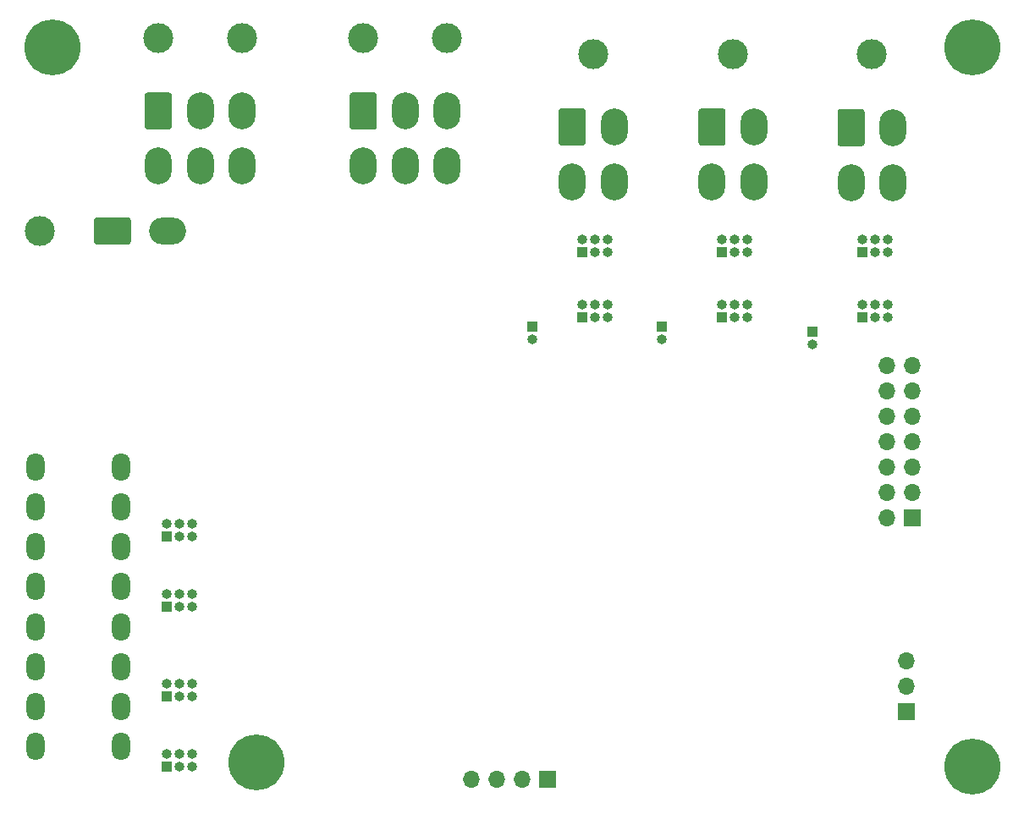
<source format=gbr>
G04 #@! TF.GenerationSoftware,KiCad,Pcbnew,5.1.6-c6e7f7d~87~ubuntu18.04.1*
G04 #@! TF.CreationDate,2020-08-26T01:47:06+02:00*
G04 #@! TF.ProjectId,retropilot_stm32f405_ecu,72657472-6f70-4696-9c6f-745f73746d33,rev?*
G04 #@! TF.SameCoordinates,Original*
G04 #@! TF.FileFunction,Soldermask,Bot*
G04 #@! TF.FilePolarity,Negative*
%FSLAX46Y46*%
G04 Gerber Fmt 4.6, Leading zero omitted, Abs format (unit mm)*
G04 Created by KiCad (PCBNEW 5.1.6-c6e7f7d~87~ubuntu18.04.1) date 2020-08-26 01:47:06*
%MOMM*%
%LPD*%
G01*
G04 APERTURE LIST*
%ADD10O,1.700000X1.700000*%
%ADD11R,1.700000X1.700000*%
%ADD12O,3.700000X2.700000*%
%ADD13C,3.000000*%
%ADD14O,1.800000X2.800000*%
%ADD15O,1.000000X1.000000*%
%ADD16R,1.000000X1.000000*%
%ADD17O,2.700000X3.700000*%
%ADD18C,5.600000*%
G04 APERTURE END LIST*
D10*
X120400000Y-94420000D03*
X120400000Y-96960000D03*
D11*
X120400000Y-99500000D03*
G36*
G01*
X42599999Y-52750000D02*
X39400001Y-52750000D01*
G75*
G02*
X39150000Y-52499999I0J250001D01*
G01*
X39150000Y-50300001D01*
G75*
G02*
X39400001Y-50050000I250001J0D01*
G01*
X42599999Y-50050000D01*
G75*
G02*
X42850000Y-50300001I0J-250001D01*
G01*
X42850000Y-52499999D01*
G75*
G02*
X42599999Y-52750000I-250001J0D01*
G01*
G37*
D12*
X46500000Y-51400000D03*
D13*
X33700000Y-51400000D03*
D14*
X33300000Y-103000000D03*
X33300000Y-99000000D03*
X33300000Y-91000000D03*
X33300000Y-95000000D03*
X33300000Y-79000000D03*
X33300000Y-87000000D03*
X33300000Y-83000000D03*
X33300000Y-75000000D03*
X41900000Y-91000000D03*
X41900000Y-75000000D03*
X41900000Y-83000000D03*
X41900000Y-79000000D03*
X41900000Y-95000000D03*
X41900000Y-103000000D03*
X41900000Y-99000000D03*
X41900000Y-87000000D03*
D15*
X49000000Y-103730000D03*
X49000000Y-105000000D03*
X47730000Y-103730000D03*
X47730000Y-105000000D03*
X46460000Y-103730000D03*
D16*
X46460000Y-105000000D03*
D15*
X49000000Y-96730000D03*
X49000000Y-98000000D03*
X47730000Y-96730000D03*
X47730000Y-98000000D03*
X46460000Y-96730000D03*
D16*
X46460000Y-98000000D03*
D15*
X49000000Y-87730000D03*
X49000000Y-89000000D03*
X47730000Y-87730000D03*
X47730000Y-89000000D03*
X46460000Y-87730000D03*
D16*
X46460000Y-89000000D03*
D15*
X49000000Y-80730000D03*
X49000000Y-82000000D03*
X47730000Y-80730000D03*
X47730000Y-82000000D03*
X46460000Y-80730000D03*
D16*
X46460000Y-82000000D03*
D15*
X118540000Y-58730000D03*
X118540000Y-60000000D03*
X117270000Y-58730000D03*
X117270000Y-60000000D03*
X116000000Y-58730000D03*
D16*
X116000000Y-60000000D03*
D15*
X118540000Y-52230000D03*
X118540000Y-53500000D03*
X117270000Y-52230000D03*
X117270000Y-53500000D03*
X116000000Y-52230000D03*
D16*
X116000000Y-53500000D03*
D15*
X104540000Y-58730000D03*
X104540000Y-60000000D03*
X103270000Y-58730000D03*
X103270000Y-60000000D03*
X102000000Y-58730000D03*
D16*
X102000000Y-60000000D03*
D15*
X104540000Y-52230000D03*
X104540000Y-53500000D03*
X103270000Y-52230000D03*
X103270000Y-53500000D03*
X102000000Y-52230000D03*
D16*
X102000000Y-53500000D03*
D15*
X90540000Y-58730000D03*
X90540000Y-60000000D03*
X89270000Y-58730000D03*
X89270000Y-60000000D03*
X88000000Y-58730000D03*
D16*
X88000000Y-60000000D03*
D15*
X90540000Y-52230000D03*
X90540000Y-53500000D03*
X89270000Y-52230000D03*
X89270000Y-53500000D03*
X88000000Y-52230000D03*
D16*
X88000000Y-53500000D03*
D15*
X111000000Y-62730000D03*
D16*
X111000000Y-61460000D03*
D15*
X96000000Y-62270000D03*
D16*
X96000000Y-61000000D03*
D15*
X83000000Y-62270000D03*
D16*
X83000000Y-61000000D03*
G36*
G01*
X44250000Y-40999999D02*
X44250000Y-37800001D01*
G75*
G02*
X44500001Y-37550000I250001J0D01*
G01*
X46699999Y-37550000D01*
G75*
G02*
X46950000Y-37800001I0J-250001D01*
G01*
X46950000Y-40999999D01*
G75*
G02*
X46699999Y-41250000I-250001J0D01*
G01*
X44500001Y-41250000D01*
G75*
G02*
X44250000Y-40999999I0J250001D01*
G01*
G37*
D17*
X49800000Y-39400000D03*
X54000000Y-39400000D03*
X45600000Y-44900000D03*
X49800000Y-44900000D03*
X54000000Y-44900000D03*
D13*
X45600000Y-32100000D03*
X54000000Y-32100000D03*
D18*
X55400000Y-104600000D03*
X127000000Y-105000000D03*
X127000000Y-33000000D03*
X35000000Y-33000000D03*
D10*
X118460000Y-64840000D03*
X121000000Y-64840000D03*
X118460000Y-67380000D03*
X121000000Y-67380000D03*
X118460000Y-69920000D03*
X121000000Y-69920000D03*
X118460000Y-72460000D03*
X121000000Y-72460000D03*
X118460000Y-75000000D03*
X121000000Y-75000000D03*
X118460000Y-77540000D03*
X121000000Y-77540000D03*
X118460000Y-80080000D03*
D11*
X121000000Y-80080000D03*
D10*
X76880000Y-106300000D03*
X79420000Y-106300000D03*
X81960000Y-106300000D03*
D11*
X84500000Y-106300000D03*
G36*
G01*
X113550000Y-42649999D02*
X113550000Y-39450001D01*
G75*
G02*
X113800001Y-39200000I250001J0D01*
G01*
X115999999Y-39200000D01*
G75*
G02*
X116250000Y-39450001I0J-250001D01*
G01*
X116250000Y-42649999D01*
G75*
G02*
X115999999Y-42900000I-250001J0D01*
G01*
X113800001Y-42900000D01*
G75*
G02*
X113550000Y-42649999I0J250001D01*
G01*
G37*
D17*
X119100000Y-41050000D03*
X114900000Y-46550000D03*
X119100000Y-46550000D03*
D13*
X117000000Y-33750000D03*
G36*
G01*
X99650000Y-42599999D02*
X99650000Y-39400001D01*
G75*
G02*
X99900001Y-39150000I250001J0D01*
G01*
X102099999Y-39150000D01*
G75*
G02*
X102350000Y-39400001I0J-250001D01*
G01*
X102350000Y-42599999D01*
G75*
G02*
X102099999Y-42850000I-250001J0D01*
G01*
X99900001Y-42850000D01*
G75*
G02*
X99650000Y-42599999I0J250001D01*
G01*
G37*
D17*
X105200000Y-41000000D03*
X101000000Y-46500000D03*
X105200000Y-46500000D03*
D13*
X103100000Y-33700000D03*
G36*
G01*
X85650000Y-42599999D02*
X85650000Y-39400001D01*
G75*
G02*
X85900001Y-39150000I250001J0D01*
G01*
X88099999Y-39150000D01*
G75*
G02*
X88350000Y-39400001I0J-250001D01*
G01*
X88350000Y-42599999D01*
G75*
G02*
X88099999Y-42850000I-250001J0D01*
G01*
X85900001Y-42850000D01*
G75*
G02*
X85650000Y-42599999I0J250001D01*
G01*
G37*
D17*
X91200000Y-41000000D03*
X87000000Y-46500000D03*
X91200000Y-46500000D03*
D13*
X89100000Y-33700000D03*
G36*
G01*
X64750000Y-40999999D02*
X64750000Y-37800001D01*
G75*
G02*
X65000001Y-37550000I250001J0D01*
G01*
X67199999Y-37550000D01*
G75*
G02*
X67450000Y-37800001I0J-250001D01*
G01*
X67450000Y-40999999D01*
G75*
G02*
X67199999Y-41250000I-250001J0D01*
G01*
X65000001Y-41250000D01*
G75*
G02*
X64750000Y-40999999I0J250001D01*
G01*
G37*
D17*
X70300000Y-39400000D03*
X74500000Y-39400000D03*
X66100000Y-44900000D03*
X70300000Y-44900000D03*
X74500000Y-44900000D03*
D13*
X66100000Y-32100000D03*
X74500000Y-32100000D03*
M02*

</source>
